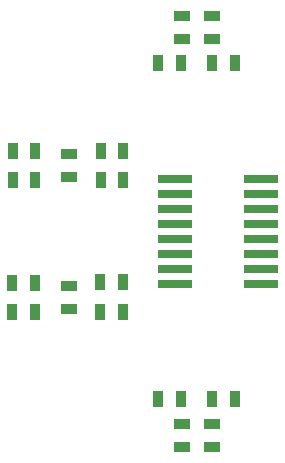
<source format=gbr>
%TF.GenerationSoftware,KiCad,Pcbnew,7.0.7-7.0.7~ubuntu23.04.1*%
%TF.CreationDate,2023-09-17T09:09:24+00:00*%
%TF.ProjectId,SYMTRANS01,53594d54-5241-44e5-9330-312e6b696361,REV*%
%TF.SameCoordinates,Original*%
%TF.FileFunction,Paste,Bot*%
%TF.FilePolarity,Positive*%
%FSLAX46Y46*%
G04 Gerber Fmt 4.6, Leading zero omitted, Abs format (unit mm)*
G04 Created by KiCad (PCBNEW 7.0.7-7.0.7~ubuntu23.04.1) date 2023-09-17 09:09:24*
%MOMM*%
%LPD*%
G01*
G04 APERTURE LIST*
%ADD10R,1.397000X0.889000*%
%ADD11R,0.889000X1.397000*%
%ADD12R,2.920000X0.760000*%
G04 APERTURE END LIST*
D10*
%TO.C,C1*%
X23876000Y4000500D03*
X23876000Y2095500D03*
%TD*%
%TO.C,C2*%
X23876000Y36639500D03*
X23876000Y38544500D03*
%TD*%
%TO.C,C3*%
X26416000Y4000500D03*
X26416000Y2095500D03*
%TD*%
%TO.C,C4*%
X26416000Y36639500D03*
X26416000Y38544500D03*
%TD*%
D11*
%TO.C,R1*%
X21907500Y6096000D03*
X23812500Y6096000D03*
%TD*%
%TO.C,R2*%
X21907500Y34544000D03*
X23812500Y34544000D03*
%TD*%
%TO.C,R3*%
X28384500Y6096000D03*
X26479500Y6096000D03*
%TD*%
%TO.C,R4*%
X28384500Y34544000D03*
X26479500Y34544000D03*
%TD*%
%TO.C,R5*%
X11468100Y24688800D03*
X9563100Y24688800D03*
%TD*%
%TO.C,R6*%
X11468100Y27127200D03*
X9563100Y27127200D03*
%TD*%
%TO.C,R7*%
X11417300Y13512800D03*
X9512300Y13512800D03*
%TD*%
%TO.C,R8*%
X11417300Y15951200D03*
X9512300Y15951200D03*
%TD*%
D10*
%TO.C,R9*%
X14376400Y24955500D03*
X14376400Y26860500D03*
%TD*%
%TO.C,R10*%
X14325600Y13779500D03*
X14325600Y15684500D03*
%TD*%
D11*
%TO.C,R11*%
X18923000Y24688800D03*
X17018000Y24688800D03*
%TD*%
%TO.C,R12*%
X18923000Y27127200D03*
X17018000Y27127200D03*
%TD*%
%TO.C,R13*%
X18872200Y13462000D03*
X16967200Y13462000D03*
%TD*%
%TO.C,R14*%
X18872200Y16002000D03*
X16967200Y16002000D03*
%TD*%
D12*
%TO.C,TR1*%
X23284000Y15860000D03*
X23284000Y17130000D03*
X23284000Y18400000D03*
X23284000Y19685000D03*
X23284000Y20955000D03*
X23284000Y22240000D03*
X23284000Y23510000D03*
X23284000Y24780000D03*
X30564000Y24780000D03*
X30564000Y23510000D03*
X30564000Y22240000D03*
X30564000Y20955000D03*
X30564000Y19685000D03*
X30564000Y18400000D03*
X30564000Y17130000D03*
X30564000Y15860000D03*
%TD*%
M02*

</source>
